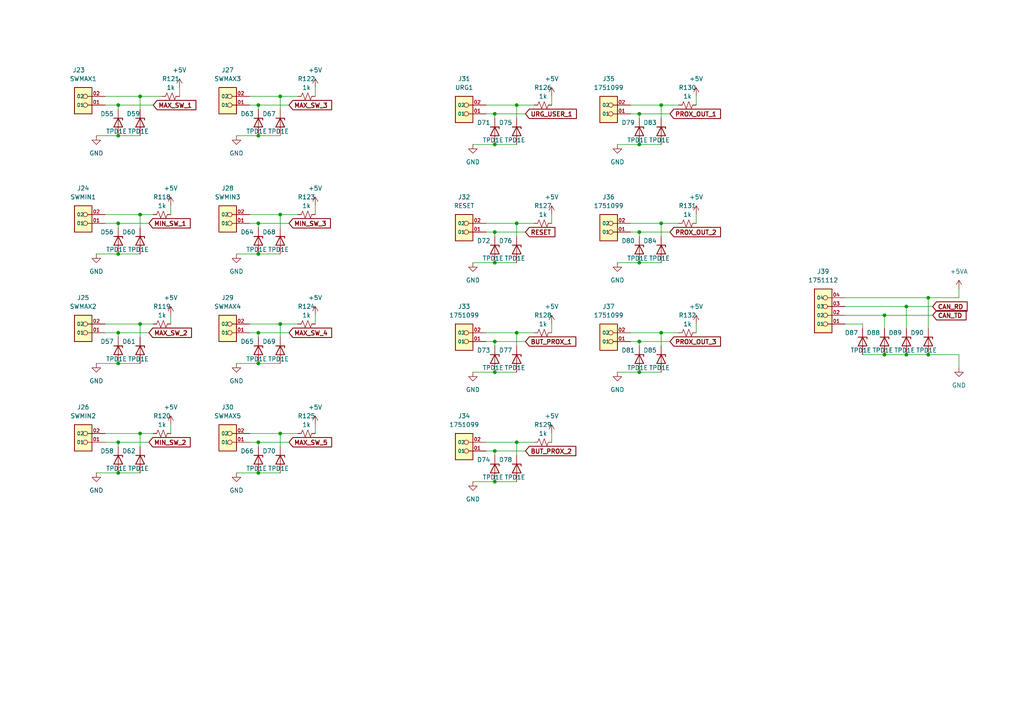
<source format=kicad_sch>
(kicad_sch (version 20211123) (generator eeschema)
  (paper "A4")
  (lib_symbols
    (symbol "Device:D_Zener" (pin_numbers hide) (pin_names (offset 1.016) hide)
      (property "Reference" "D" (at 0 2.54 0))
      (property "Value" "D_Zener" (at 0 -2.54 0))
      (symbol "D_Zener_0_1"
        (polyline (pts (xy 1.27 0) (xy -1.27 0)))
        (polyline (pts (xy -1.27 -1.27) (xy -1.27 1.27) (xy -0.762 1.27)) (stroke (width 0.254)))
        (polyline (pts (xy 1.27 -1.27) (xy 1.27 1.27) (xy -1.27 0) (xy 1.27 -1.27)) (stroke (width 0.254)))
      )
      (symbol "D_Zener_1_1"
        (pin passive line (at -3.81 0 0) (length 2.54) (name "K") (number "1"))
        (pin passive line (at 3.81 0 180) (length 2.54) (name "A") (number "2"))
      )
    )
    (symbol "Device:R_Small_US" (pin_numbers hide) (pin_names (offset 0.254) hide)
      (property "Reference" "R" (at 0.762 0.508 0))
      (property "Value" "R_Small_US" (at 0.762 -1.016 0))
      (symbol "R_Small_US_1_1"
        (polyline (pts (xy 0 0) (xy 1.016 -0.381) (xy 0 -0.762) (xy -1.016 -1.143) (xy 0 -1.524)))
        (polyline (pts (xy 0 1.524) (xy 1.016 1.143) (xy 0 0.762) (xy -1.016 0.381) (xy 0 0)))
        (pin passive line (at 0 2.54 270) (length 1.016) (name "~") (number "1"))
        (pin passive line (at 0 -2.54 90) (length 1.016) (name "~") (number "2"))
      )
    )
    (symbol "SymLib:1751099" (pin_names (offset 1.016))
      (property "Reference" "J" (at -6.85 5.08 0))
      (property "Value" "1751099" (at -6.35 -5.08 0))
      (symbol "1751099_0_0"
        (rectangle (start -6.35 5.08) (end -1.27 -2.54) (stroke (width 0.254)) (fill (type background)))
        (circle (center -4.445 0) (radius 0.635) (stroke (width 0.1524)))
        (circle (center -4.445 2.54) (radius 0.635) (stroke (width 0.1524)))
        (pin passive line (at -10.16 2.54 0) (length 5.08) (name "01") (number "01"))
        (pin passive line (at -10.16 0 0) (length 5.08) (name "02") (number "02"))
      )
    )
    (symbol "SymLib:1751112" (pin_names (offset 1.016))
      (property "Reference" "J" (at -6.85 7.62 0))
      (property "Value" "1751112" (at -6.35 -7.62 0))
      (symbol "1751112_0_0"
        (rectangle (start -6.35 7.62) (end -1.27 -5.08) (stroke (width 0.254)) (fill (type background)))
        (circle (center -4.445 -2.54) (radius 0.635) (stroke (width 0.1524)))
        (circle (center -4.445 0) (radius 0.635) (stroke (width 0.1524)))
        (circle (center -4.445 2.54) (radius 0.635) (stroke (width 0.1524)))
        (circle (center -4.445 5.08) (radius 0.635) (stroke (width 0.1524)))
        (pin passive line (at -10.16 5.08 0) (length 5.08) (name "01") (number "01"))
        (pin passive line (at -10.16 2.54 0) (length 5.08) (name "02") (number "02"))
        (pin passive line (at -10.16 0 0) (length 5.08) (name "03") (number "03"))
        (pin passive line (at -10.16 -2.54 0) (length 5.08) (name "04") (number "04"))
      )
    )
    (symbol "power:+5V" (power) (pin_names (offset 0))
      (property "Value" "+5V" (at 0 3.556 0))
      (symbol "+5V_0_1"
        (polyline (pts (xy -0.762 1.27) (xy 0 2.54)))
        (polyline (pts (xy 0 0) (xy 0 2.54)))
        (polyline (pts (xy 0 2.54) (xy 0.762 1.27)))
      )
      (symbol "+5V_1_1"
        (pin power_in line (at 0 0 90) (length 0) hide (name "+5V") (number "1"))
      )
    )
    (symbol "power:+5VA" (power) (pin_names (offset 0))
      (property "Value" "+5VA" (at 0 3.556 0))
      (symbol "+5VA_0_1"
        (polyline (pts (xy -0.762 1.27) (xy 0 2.54)))
        (polyline (pts (xy 0 0) (xy 0 2.54)))
        (polyline (pts (xy 0 2.54) (xy 0.762 1.27)))
      )
      (symbol "+5VA_1_1"
        (pin power_in line (at 0 0 90) (length 0) hide (name "+5VA") (number "1"))
      )
    )
    (symbol "power:GND" (power) (pin_names (offset 0))
      (property "Value" "GND" (at 0 -3.81 0))
      (symbol "GND_0_1"
        (polyline (pts (xy 0 0) (xy 0 -1.27) (xy 1.27 -1.27) (xy 0 -2.54) (xy -1.27 -1.27) (xy 0 -1.27)))
      )
      (symbol "GND_1_1"
        (pin power_in line (at 0 0 270) (length 0) hide (name "GND") (number "1"))
      )
    )
  )
  (junction (at 262.89 88.9))
  (junction (at 74.93 137.16))
  (junction (at 262.89 102.87))
  (junction (at 34.29 64.77))
  (junction (at 143.51 139.7))
  (junction (at 143.51 67.31))
  (junction (at 149.86 64.77))
  (junction (at 34.29 105.41))
  (junction (at 256.54 102.87))
  (junction (at 34.29 30.48))
  (junction (at 185.42 107.95))
  (junction (at 185.42 99.06))
  (junction (at 40.64 27.94))
  (junction (at 34.29 137.16))
  (junction (at 81.28 125.73))
  (junction (at 143.51 99.06))
  (junction (at 191.77 96.52))
  (junction (at 74.93 105.41))
  (junction (at 143.51 107.95))
  (junction (at 191.77 30.48))
  (junction (at 143.51 130.81))
  (junction (at 74.93 39.37))
  (junction (at 269.24 86.36))
  (junction (at 34.29 73.66))
  (junction (at 74.93 96.52))
  (junction (at 40.64 93.98))
  (junction (at 143.51 76.2))
  (junction (at 34.29 128.27))
  (junction (at 74.93 64.77))
  (junction (at 74.93 30.48))
  (junction (at 74.93 128.27))
  (junction (at 185.42 67.31))
  (junction (at 143.51 41.91))
  (junction (at 81.28 27.94))
  (junction (at 149.86 30.48))
  (junction (at 185.42 41.91))
  (junction (at 149.86 96.52))
  (junction (at 40.64 62.23))
  (junction (at 191.77 64.77))
  (junction (at 149.86 128.27))
  (junction (at 143.51 33.02))
  (junction (at 81.28 62.23))
  (junction (at 34.29 96.52))
  (junction (at 185.42 33.02))
  (junction (at 34.29 39.37))
  (junction (at 185.42 76.2))
  (junction (at 40.64 125.73))
  (junction (at 269.24 102.87))
  (junction (at 256.54 91.44))
  (junction (at 81.28 93.98))
  (junction (at 74.93 73.66))
  (wire (pts (xy 40.64 62.23) (xy 40.64 66.04)))
  (wire (pts (xy 194.31 33.02) (xy 185.42 33.02)))
  (wire (pts (xy 269.24 86.36) (xy 269.24 95.25)))
  (wire (pts (xy 149.86 30.48) (xy 149.86 34.29)))
  (wire (pts (xy 83.82 128.27) (xy 74.93 128.27)))
  (wire (pts (xy 143.51 132.08) (xy 143.51 130.81)))
  (wire (pts (xy 49.53 59.69) (xy 49.53 62.23)))
  (wire (pts (xy 143.51 34.29) (xy 143.51 33.02)))
  (wire (pts (xy 34.29 64.77) (xy 30.48 64.77)))
  (wire (pts (xy 34.29 105.41) (xy 40.64 105.41)))
  (wire (pts (xy 74.93 66.04) (xy 74.93 64.77)))
  (wire (pts (xy 34.29 129.54) (xy 34.29 128.27)))
  (wire (pts (xy 68.58 39.37) (xy 74.93 39.37)))
  (wire (pts (xy 185.42 33.02) (xy 182.88 33.02)))
  (wire (pts (xy 40.64 62.23) (xy 44.45 62.23)))
  (wire (pts (xy 245.11 91.44) (xy 256.54 91.44)))
  (wire (pts (xy 182.88 64.77) (xy 191.77 64.77)))
  (wire (pts (xy 143.51 107.95) (xy 149.86 107.95)))
  (wire (pts (xy 34.29 31.75) (xy 34.29 30.48)))
  (wire (pts (xy 185.42 100.33) (xy 185.42 99.06)))
  (wire (pts (xy 149.86 64.77) (xy 154.94 64.77)))
  (wire (pts (xy 245.11 88.9) (xy 262.89 88.9)))
  (wire (pts (xy 269.24 86.36) (xy 278.13 86.36)))
  (wire (pts (xy 185.42 41.91) (xy 191.77 41.91)))
  (wire (pts (xy 143.51 68.58) (xy 143.51 67.31)))
  (wire (pts (xy 30.48 62.23) (xy 40.64 62.23)))
  (wire (pts (xy 81.28 125.73) (xy 81.28 129.54)))
  (wire (pts (xy 160.02 62.23) (xy 160.02 64.77)))
  (wire (pts (xy 191.77 30.48) (xy 191.77 34.29)))
  (wire (pts (xy 81.28 93.98) (xy 86.36 93.98)))
  (wire (pts (xy 137.16 139.7) (xy 143.51 139.7)))
  (wire (pts (xy 160.02 27.94) (xy 160.02 30.48)))
  (wire (pts (xy 91.44 123.19) (xy 91.44 125.73)))
  (wire (pts (xy 83.82 30.48) (xy 74.93 30.48)))
  (wire (pts (xy 152.4 67.31) (xy 143.51 67.31)))
  (wire (pts (xy 179.07 41.91) (xy 185.42 41.91)))
  (wire (pts (xy 143.51 139.7) (xy 149.86 139.7)))
  (wire (pts (xy 152.4 33.02) (xy 143.51 33.02)))
  (wire (pts (xy 185.42 99.06) (xy 182.88 99.06)))
  (wire (pts (xy 140.97 96.52) (xy 149.86 96.52)))
  (wire (pts (xy 74.93 105.41) (xy 81.28 105.41)))
  (wire (pts (xy 278.13 102.87) (xy 278.13 106.68)))
  (wire (pts (xy 40.64 93.98) (xy 40.64 97.79)))
  (wire (pts (xy 34.29 30.48) (xy 30.48 30.48)))
  (wire (pts (xy 30.48 125.73) (xy 40.64 125.73)))
  (wire (pts (xy 270.51 88.9) (xy 262.89 88.9)))
  (wire (pts (xy 182.88 30.48) (xy 191.77 30.48)))
  (wire (pts (xy 83.82 96.52) (xy 74.93 96.52)))
  (wire (pts (xy 185.42 107.95) (xy 191.77 107.95)))
  (wire (pts (xy 182.88 96.52) (xy 191.77 96.52)))
  (wire (pts (xy 191.77 30.48) (xy 196.85 30.48)))
  (wire (pts (xy 137.16 107.95) (xy 143.51 107.95)))
  (wire (pts (xy 143.51 41.91) (xy 149.86 41.91)))
  (wire (pts (xy 34.29 97.79) (xy 34.29 96.52)))
  (wire (pts (xy 185.42 67.31) (xy 182.88 67.31)))
  (wire (pts (xy 72.39 93.98) (xy 81.28 93.98)))
  (wire (pts (xy 34.29 64.77) (xy 43.18 64.77)))
  (wire (pts (xy 143.51 100.33) (xy 143.51 99.06)))
  (wire (pts (xy 91.44 59.69) (xy 91.44 62.23)))
  (wire (pts (xy 40.64 125.73) (xy 44.45 125.73)))
  (wire (pts (xy 140.97 64.77) (xy 149.86 64.77)))
  (wire (pts (xy 68.58 137.16) (xy 74.93 137.16)))
  (wire (pts (xy 49.53 123.19) (xy 49.53 125.73)))
  (wire (pts (xy 91.44 25.4) (xy 91.44 27.94)))
  (wire (pts (xy 143.51 76.2) (xy 149.86 76.2)))
  (wire (pts (xy 160.02 125.73) (xy 160.02 128.27)))
  (wire (pts (xy 81.28 93.98) (xy 81.28 97.79)))
  (wire (pts (xy 149.86 64.77) (xy 149.86 68.58)))
  (wire (pts (xy 34.29 96.52) (xy 30.48 96.52)))
  (wire (pts (xy 269.24 102.87) (xy 278.13 102.87)))
  (wire (pts (xy 143.51 99.06) (xy 140.97 99.06)))
  (wire (pts (xy 81.28 27.94) (xy 81.28 31.75)))
  (wire (pts (xy 72.39 27.94) (xy 81.28 27.94)))
  (wire (pts (xy 143.51 67.31) (xy 140.97 67.31)))
  (wire (pts (xy 191.77 64.77) (xy 196.85 64.77)))
  (wire (pts (xy 74.93 31.75) (xy 74.93 30.48)))
  (wire (pts (xy 30.48 27.94) (xy 40.64 27.94)))
  (wire (pts (xy 74.93 39.37) (xy 81.28 39.37)))
  (wire (pts (xy 152.4 99.06) (xy 143.51 99.06)))
  (wire (pts (xy 194.31 67.31) (xy 185.42 67.31)))
  (wire (pts (xy 270.51 91.44) (xy 256.54 91.44)))
  (wire (pts (xy 68.58 73.66) (xy 74.93 73.66)))
  (wire (pts (xy 179.07 76.2) (xy 185.42 76.2)))
  (wire (pts (xy 185.42 76.2) (xy 191.77 76.2)))
  (wire (pts (xy 201.93 93.98) (xy 201.93 96.52)))
  (wire (pts (xy 191.77 96.52) (xy 191.77 100.33)))
  (wire (pts (xy 74.93 73.66) (xy 81.28 73.66)))
  (wire (pts (xy 179.07 107.95) (xy 185.42 107.95)))
  (wire (pts (xy 143.51 130.81) (xy 140.97 130.81)))
  (wire (pts (xy 74.93 64.77) (xy 72.39 64.77)))
  (wire (pts (xy 74.93 96.52) (xy 72.39 96.52)))
  (wire (pts (xy 34.29 128.27) (xy 30.48 128.27)))
  (wire (pts (xy 34.29 39.37) (xy 40.64 39.37)))
  (wire (pts (xy 81.28 62.23) (xy 86.36 62.23)))
  (wire (pts (xy 149.86 96.52) (xy 149.86 100.33)))
  (wire (pts (xy 81.28 62.23) (xy 81.28 66.04)))
  (wire (pts (xy 81.28 125.73) (xy 86.36 125.73)))
  (wire (pts (xy 40.64 93.98) (xy 44.45 93.98)))
  (wire (pts (xy 262.89 88.9) (xy 262.89 95.25)))
  (wire (pts (xy 83.82 64.77) (xy 74.93 64.77)))
  (wire (pts (xy 34.29 73.66) (xy 40.64 73.66)))
  (wire (pts (xy 201.93 27.94) (xy 201.93 30.48)))
  (wire (pts (xy 137.16 41.91) (xy 143.51 41.91)))
  (wire (pts (xy 137.16 76.2) (xy 143.51 76.2)))
  (wire (pts (xy 74.93 97.79) (xy 74.93 96.52)))
  (wire (pts (xy 40.64 27.94) (xy 40.64 31.75)))
  (wire (pts (xy 149.86 128.27) (xy 149.86 132.08)))
  (wire (pts (xy 194.31 99.06) (xy 185.42 99.06)))
  (wire (pts (xy 140.97 128.27) (xy 149.86 128.27)))
  (wire (pts (xy 91.44 91.44) (xy 91.44 93.98)))
  (wire (pts (xy 40.64 125.73) (xy 40.64 129.54)))
  (wire (pts (xy 160.02 93.98) (xy 160.02 96.52)))
  (wire (pts (xy 52.07 25.4) (xy 52.07 27.94)))
  (wire (pts (xy 149.86 30.48) (xy 154.94 30.48)))
  (wire (pts (xy 27.94 105.41) (xy 34.29 105.41)))
  (wire (pts (xy 34.29 137.16) (xy 40.64 137.16)))
  (wire (pts (xy 149.86 96.52) (xy 154.94 96.52)))
  (wire (pts (xy 149.86 128.27) (xy 154.94 128.27)))
  (wire (pts (xy 68.58 105.41) (xy 74.93 105.41)))
  (wire (pts (xy 278.13 83.82) (xy 278.13 86.36)))
  (wire (pts (xy 256.54 91.44) (xy 256.54 95.25)))
  (wire (pts (xy 250.19 93.98) (xy 250.19 95.25)))
  (wire (pts (xy 245.11 86.36) (xy 269.24 86.36)))
  (wire (pts (xy 44.45 30.48) (xy 34.29 30.48)))
  (wire (pts (xy 49.53 91.44) (xy 49.53 93.98)))
  (wire (pts (xy 74.93 129.54) (xy 74.93 128.27)))
  (wire (pts (xy 74.93 128.27) (xy 72.39 128.27)))
  (wire (pts (xy 262.89 102.87) (xy 269.24 102.87)))
  (wire (pts (xy 185.42 68.58) (xy 185.42 67.31)))
  (wire (pts (xy 43.18 128.27) (xy 34.29 128.27)))
  (wire (pts (xy 152.4 130.81) (xy 143.51 130.81)))
  (wire (pts (xy 143.51 33.02) (xy 140.97 33.02)))
  (wire (pts (xy 74.93 30.48) (xy 72.39 30.48)))
  (wire (pts (xy 191.77 96.52) (xy 196.85 96.52)))
  (wire (pts (xy 27.94 73.66) (xy 34.29 73.66)))
  (wire (pts (xy 81.28 27.94) (xy 86.36 27.94)))
  (wire (pts (xy 72.39 62.23) (xy 81.28 62.23)))
  (wire (pts (xy 256.54 102.87) (xy 262.89 102.87)))
  (wire (pts (xy 185.42 34.29) (xy 185.42 33.02)))
  (wire (pts (xy 250.19 102.87) (xy 256.54 102.87)))
  (wire (pts (xy 191.77 64.77) (xy 191.77 68.58)))
  (wire (pts (xy 34.29 66.04) (xy 34.29 64.77)))
  (wire (pts (xy 30.48 93.98) (xy 40.64 93.98)))
  (wire (pts (xy 201.93 62.23) (xy 201.93 64.77)))
  (wire (pts (xy 74.93 137.16) (xy 81.28 137.16)))
  (wire (pts (xy 40.64 27.94) (xy 46.99 27.94)))
  (wire (pts (xy 43.18 96.52) (xy 34.29 96.52)))
  (wire (pts (xy 27.94 39.37) (xy 34.29 39.37)))
  (wire (pts (xy 250.19 93.98) (xy 245.11 93.98)))
  (wire (pts (xy 27.94 137.16) (xy 34.29 137.16)))
  (wire (pts (xy 140.97 30.48) (xy 149.86 30.48)))
  (wire (pts (xy 72.39 125.73) (xy 81.28 125.73)))
  (global_label "MAX_SW_1" (shape input) (at 44.45 30.48 0) (effects (font (thickness 0.254) bold)) (property "Intersheet References" "${INTERSHEET_REFS}" (effects hide)))
  (global_label "MIN_SW_3" (shape input) (at 83.82 64.77 0) (effects (font (thickness 0.254) bold)) (property "Intersheet References" "${INTERSHEET_REFS}" (effects hide)))
  (global_label "BUT_PROX_1" (shape input) (at 152.4 99.06 0) (effects (font (thickness 0.254) bold)) (property "Intersheet References" "${INTERSHEET_REFS}" (effects hide)))
  (global_label "MIN_SW_1" (shape input) (at 43.18 64.77 0) (effects (font (thickness 0.254) bold)) (property "Intersheet References" "${INTERSHEET_REFS}" (effects hide)))
  (global_label "MAX_SW_3" (shape input) (at 83.82 30.48 0) (effects (font (thickness 0.254) bold)) (property "Intersheet References" "${INTERSHEET_REFS}" (effects hide)))
  (global_label "PROX_OUT_1" (shape input) (at 194.31 33.02 0) (effects (font (thickness 0.254) bold)) (property "Intersheet References" "${INTERSHEET_REFS}" (effects hide)))
  (global_label "MAX_SW_4" (shape input) (at 83.82 96.52 0) (effects (font (thickness 0.254) bold)) (property "Intersheet References" "${INTERSHEET_REFS}" (effects hide)))
  (global_label "URG_USER_1" (shape input) (at 152.4 33.02 0) (effects (font (thickness 0.254) bold)) (property "Intersheet References" "${INTERSHEET_REFS}" (effects hide)))
  (global_label "PROX_OUT_3" (shape input) (at 194.31 99.06 0) (effects (font (thickness 0.254) bold)) (property "Intersheet References" "${INTERSHEET_REFS}" (effects hide)))
  (global_label "CAN_TD" (shape input) (at 270.51 91.44 0) (effects (font (thickness 0.254) bold)) (property "Intersheet References" "${INTERSHEET_REFS}" (effects hide)))
  (global_label "PROX_OUT_2" (shape input) (at 194.31 67.31 0) (effects (font (thickness 0.254) bold)) (property "Intersheet References" "${INTERSHEET_REFS}" (effects hide)))
  (global_label "CAN_RD" (shape input) (at 270.51 88.9 0) (effects (font (thickness 0.254) bold)) (property "Intersheet References" "${INTERSHEET_REFS}" (effects hide)))
  (global_label "MAX_SW_5" (shape input) (at 83.82 128.27 0) (effects (font (thickness 0.254) bold)) (property "Intersheet References" "${INTERSHEET_REFS}" (effects hide)))
  (global_label "MAX_SW_2" (shape input) (at 43.18 96.52 0) (effects (font (thickness 0.254) bold)) (property "Intersheet References" "${INTERSHEET_REFS}" (effects hide)))
  (global_label "BUT_PROX_2" (shape input) (at 152.4 130.81 0) (effects (font (thickness 0.254) bold)) (property "Intersheet References" "${INTERSHEET_REFS}" (effects hide)))
  (global_label "MIN_SW_2" (shape input) (at 43.18 128.27 0) (effects (font (thickness 0.254) bold)) (property "Intersheet References" "${INTERSHEET_REFS}" (effects hide)))
  (global_label "RESET" (shape input) (at 152.4 67.31 0) (effects (font (thickness 0.254) bold)) (property "Intersheet References" "${INTERSHEET_REFS}" (effects hide)))
  (symbol (lib_id "SymLib:1751099") (at 130.81 128.27 180) (unit 1)
    (property "Reference" "J34" (at 134.62 120.65 0))
    (property "Value" "1751099" (at 134.62 123.19 0))
    (property "Footprint" "FootPrint:PHOENIX_1751099" (effects hide))
    (property "PARTREV" "03.03.2021" (effects hide))
    (property "STANDARD" "Manufacturer Recommendations" (effects hide))
    (property "MANUFACTURER" "Phoenix Contact" (effects hide))
  )
  (symbol (lib_id "power:+5V") (at 52.07 25.4 0) (unit 1)
    (property "Reference" "#PWR0241" (effects hide))
    (property "Value" "+5V" (at 52.07 20.32 0))
  )
  (symbol (lib_id "power:GND") (at 68.58 73.66 0) (unit 1)
    (property "Reference" "#PWR0243" (effects hide))
    (property "Value" "GND" (at 68.58 78.74 0))
  )
  (symbol (lib_id "power:+5V") (at 160.02 62.23 0) (unit 1)
    (property "Reference" "#PWR0255" (effects hide))
    (property "Value" "+5V" (at 160.02 57.15 0))
  )
  (symbol (lib_id "power:GND") (at 179.07 76.2 0) (unit 1)
    (property "Reference" "#PWR0259" (effects hide))
    (property "Value" "GND" (at 179.07 81.28 0))
  )
  (symbol (lib_id "Device:D_Zener") (at 74.93 133.35 270) (unit 1)
    (property "Reference" "D66" (at 73.66 130.81 90) (effects (justify right)))
    (property "Value" "TPD1E" (at 77.47 135.89 90) (effects (justify right)))
    (property "Footprint" "FootPrint:DPY2_TEX" (effects hide))
  )
  (symbol (lib_id "power:+5V") (at 49.53 91.44 0) (unit 1)
    (property "Reference" "#PWR0239" (effects hide))
    (property "Value" "+5V" (at 49.53 86.36 0))
  )
  (symbol (lib_id "SymLib:1751099") (at 62.23 62.23 180) (unit 1)
    (property "Reference" "J28" (at 66.04 54.61 0))
    (property "Value" "SWMIN3" (at 66.04 57.15 0))
    (property "Footprint" "FootPrint:PHOENIX_1751099" (effects hide))
    (property "PARTREV" "03.03.2021" (effects hide))
    (property "STANDARD" "Manufacturer Recommendations" (effects hide))
    (property "MANUFACTURER" "Phoenix Contact" (effects hide))
  )
  (symbol (lib_id "Device:D_Zener") (at 191.77 38.1 270) (unit 1)
    (property "Reference" "D83" (at 190.5 35.56 90) (effects (justify right)))
    (property "Value" "TPD1E" (at 194.31 40.64 90) (effects (justify right)))
    (property "Footprint" "FootPrint:DPY2_TEX" (effects hide))
  )
  (symbol (lib_id "Device:R_Small_US") (at 49.53 27.94 90) (unit 1)
    (property "Reference" "R121" (at 49.53 22.86 90))
    (property "Value" "1k" (at 49.53 25.4 90))
    (property "Footprint" "Resistor_SMD:R_0603_1608Metric" (effects hide))
  )
  (symbol (lib_id "power:+5V") (at 201.93 93.98 0) (unit 1)
    (property "Reference" "#PWR0264" (effects hide))
    (property "Value" "+5V" (at 201.93 88.9 0))
  )
  (symbol (lib_id "Device:D_Zener") (at 149.86 72.39 270) (unit 1)
    (property "Reference" "D76" (at 148.59 69.85 90) (effects (justify right)))
    (property "Value" "TPD1E" (at 152.4 74.93 90) (effects (justify right)))
    (property "Footprint" "FootPrint:DPY2_TEX" (effects hide))
  )
  (symbol (lib_id "Device:D_Zener") (at 143.51 38.1 270) (unit 1)
    (property "Reference" "D71" (at 142.24 35.56 90) (effects (justify right)))
    (property "Value" "TPD1E" (at 146.05 40.64 90) (effects (justify right)))
    (property "Footprint" "FootPrint:DPY2_TEX" (effects hide))
  )
  (symbol (lib_id "power:+5V") (at 91.44 91.44 0) (unit 1)
    (property "Reference" "#PWR0248" (effects hide))
    (property "Value" "+5V" (at 91.44 86.36 0))
  )
  (symbol (lib_id "SymLib:1751112") (at 234.95 88.9 180) (unit 1)
    (property "Reference" "J39" (at 238.76 78.74 0))
    (property "Value" "1751112" (at 238.76 81.28 0))
    (property "Footprint" "FootPrint:PHOENIX_1751112" (effects hide))
    (property "PARTREV" "03.03.2021" (effects hide))
    (property "STANDARD" "Manufacturer Recommendations" (effects hide))
    (property "MANUFACTURER" "Phoenix Contact" (effects hide))
  )
  (symbol (lib_id "Device:R_Small_US") (at 157.48 64.77 90) (unit 1)
    (property "Reference" "R127" (at 157.48 59.69 90))
    (property "Value" "1k" (at 157.48 62.23 90))
    (property "Footprint" "Resistor_SMD:R_0603_1608Metric" (effects hide))
  )
  (symbol (lib_id "Device:D_Zener") (at 185.42 72.39 270) (unit 1)
    (property "Reference" "D80" (at 184.15 69.85 90) (effects (justify right)))
    (property "Value" "TPD1E" (at 187.96 74.93 90) (effects (justify right)))
    (property "Footprint" "FootPrint:DPY2_TEX" (effects hide))
  )
  (symbol (lib_id "SymLib:1751099") (at 172.72 64.77 180) (unit 1)
    (property "Reference" "J36" (at 176.53 57.15 0))
    (property "Value" "1751099" (at 176.53 59.69 0))
    (property "Footprint" "FootPrint:PHOENIX_1751099" (effects hide))
    (property "PARTREV" "03.03.2021" (effects hide))
    (property "STANDARD" "Manufacturer Recommendations" (effects hide))
    (property "MANUFACTURER" "Phoenix Contact" (effects hide))
  )
  (symbol (lib_id "SymLib:1751099") (at 172.72 30.48 180) (unit 1)
    (property "Reference" "J35" (at 176.53 22.86 0))
    (property "Value" "1751099" (at 176.53 25.4 0))
    (property "Footprint" "FootPrint:PHOENIX_1751099" (effects hide))
    (property "PARTREV" "03.03.2021" (effects hide))
    (property "STANDARD" "Manufacturer Recommendations" (effects hide))
    (property "MANUFACTURER" "Phoenix Contact" (effects hide))
  )
  (symbol (lib_id "power:+5VA") (at 278.13 83.82 0) (unit 1)
    (property "Reference" "#PWR0266" (effects hide))
    (property "Value" "+5VA" (at 278.13 78.74 0))
  )
  (symbol (lib_id "power:GND") (at 68.58 137.16 0) (unit 1)
    (property "Reference" "#PWR0245" (effects hide))
    (property "Value" "GND" (at 68.58 142.24 0))
  )
  (symbol (lib_id "Device:D_Zener") (at 40.64 69.85 270) (unit 1)
    (property "Reference" "D60" (at 39.37 67.31 90) (effects (justify right)))
    (property "Value" "TPD1E" (at 43.18 72.39 90) (effects (justify right)))
    (property "Footprint" "FootPrint:DPY2_TEX" (effects hide))
  )
  (symbol (lib_id "SymLib:1751099") (at 130.81 64.77 180) (unit 1)
    (property "Reference" "J32" (at 134.62 57.15 0))
    (property "Value" "RESET" (at 134.62 59.69 0))
    (property "Footprint" "FootPrint:PHOENIX_1751099" (effects hide))
    (property "PARTREV" "03.03.2021" (effects hide))
    (property "STANDARD" "Manufacturer Recommendations" (effects hide))
    (property "MANUFACTURER" "Phoenix Contact" (effects hide))
  )
  (symbol (lib_id "SymLib:1751099") (at 130.81 96.52 180) (unit 1)
    (property "Reference" "J33" (at 134.62 88.9 0))
    (property "Value" "1751099" (at 134.62 91.44 0))
    (property "Footprint" "FootPrint:PHOENIX_1751099" (effects hide))
    (property "PARTREV" "03.03.2021" (effects hide))
    (property "STANDARD" "Manufacturer Recommendations" (effects hide))
    (property "MANUFACTURER" "Phoenix Contact" (effects hide))
  )
  (symbol (lib_id "Device:D_Zener") (at 185.42 104.14 270) (unit 1)
    (property "Reference" "D81" (at 184.15 101.6 90) (effects (justify right)))
    (property "Value" "TPD1E" (at 187.96 106.68 90) (effects (justify right)))
    (property "Footprint" "FootPrint:DPY2_TEX" (effects hide))
  )
  (symbol (lib_id "Device:D_Zener") (at 40.64 133.35 270) (unit 1)
    (property "Reference" "D62" (at 39.37 130.81 90) (effects (justify right)))
    (property "Value" "TPD1E" (at 43.18 135.89 90) (effects (justify right)))
    (property "Footprint" "FootPrint:DPY2_TEX" (effects hide))
  )
  (symbol (lib_id "Device:D_Zener") (at 81.28 35.56 270) (unit 1)
    (property "Reference" "D67" (at 80.01 33.02 90) (effects (justify right)))
    (property "Value" "TPD1E" (at 83.82 38.1 90) (effects (justify right)))
    (property "Footprint" "FootPrint:DPY2_TEX" (effects hide))
  )
  (symbol (lib_id "Device:D_Zener") (at 143.51 104.14 270) (unit 1)
    (property "Reference" "D73" (at 142.24 101.6 90) (effects (justify right)))
    (property "Value" "TPD1E" (at 146.05 106.68 90) (effects (justify right)))
    (property "Footprint" "FootPrint:DPY2_TEX" (effects hide))
  )
  (symbol (lib_id "power:+5V") (at 49.53 123.19 0) (unit 1)
    (property "Reference" "#PWR0240" (effects hide))
    (property "Value" "+5V" (at 49.53 118.11 0))
  )
  (symbol (lib_id "Device:D_Zener") (at 149.86 135.89 270) (unit 1)
    (property "Reference" "D78" (at 148.59 133.35 90) (effects (justify right)))
    (property "Value" "TPD1E" (at 152.4 138.43 90) (effects (justify right)))
    (property "Footprint" "FootPrint:DPY2_TEX" (effects hide))
  )
  (symbol (lib_id "SymLib:1751099") (at 62.23 93.98 180) (unit 1)
    (property "Reference" "J29" (at 66.04 86.36 0))
    (property "Value" "SWMAX4" (at 66.04 88.9 0))
    (property "Footprint" "FootPrint:PHOENIX_1751099" (effects hide))
    (property "PARTREV" "03.03.2021" (effects hide))
    (property "STANDARD" "Manufacturer Recommendations" (effects hide))
    (property "MANUFACTURER" "Phoenix Contact" (effects hide))
  )
  (symbol (lib_id "Device:D_Zener") (at 74.93 35.56 270) (unit 1)
    (property "Reference" "D63" (at 73.66 33.02 90) (effects (justify right)))
    (property "Value" "TPD1E" (at 77.47 38.1 90) (effects (justify right)))
    (property "Footprint" "FootPrint:DPY2_TEX" (effects hide))
  )
  (symbol (lib_id "Device:R_Small_US") (at 199.39 30.48 90) (unit 1)
    (property "Reference" "R130" (at 199.39 25.4 90))
    (property "Value" "1k" (at 199.39 27.94 90))
    (property "Footprint" "Resistor_SMD:R_0603_1608Metric" (effects hide))
  )
  (symbol (lib_id "SymLib:1751099") (at 20.32 125.73 180) (unit 1)
    (property "Reference" "J26" (at 24.13 118.11 0))
    (property "Value" "SWMIN2" (at 24.13 120.65 0))
    (property "Footprint" "FootPrint:PHOENIX_1751099" (effects hide))
    (property "PARTREV" "03.03.2021" (effects hide))
    (property "STANDARD" "Manufacturer Recommendations" (effects hide))
    (property "MANUFACTURER" "Phoenix Contact" (effects hide))
  )
  (symbol (lib_id "Device:D_Zener") (at 149.86 38.1 270) (unit 1)
    (property "Reference" "D75" (at 148.59 35.56 90) (effects (justify right)))
    (property "Value" "TPD1E" (at 152.4 40.64 90) (effects (justify right)))
    (property "Footprint" "FootPrint:DPY2_TEX" (effects hide))
  )
  (symbol (lib_id "Device:R_Small_US") (at 199.39 64.77 90) (unit 1)
    (property "Reference" "R131" (at 199.39 59.69 90))
    (property "Value" "1k" (at 199.39 62.23 90))
    (property "Footprint" "Resistor_SMD:R_0603_1608Metric" (effects hide))
  )
  (symbol (lib_id "power:GND") (at 27.94 137.16 0) (unit 1)
    (property "Reference" "#PWR0237" (effects hide))
    (property "Value" "GND" (at 27.94 142.24 0))
  )
  (symbol (lib_id "Device:D_Zener") (at 40.64 35.56 270) (unit 1)
    (property "Reference" "D59" (at 40.64 33.02 90) (effects (justify right)))
    (property "Value" "TPD1E" (at 43.18 38.1 90) (effects (justify right)))
    (property "Footprint" "FootPrint:DPY2_TEX" (effects hide))
  )
  (symbol (lib_id "Device:D_Zener") (at 40.64 101.6 270) (unit 1)
    (property "Reference" "D61" (at 39.37 99.06 90) (effects (justify right)))
    (property "Value" "TPD1E" (at 43.18 104.14 90) (effects (justify right)))
    (property "Footprint" "FootPrint:DPY2_TEX" (effects hide))
  )
  (symbol (lib_id "Device:D_Zener") (at 143.51 135.89 270) (unit 1)
    (property "Reference" "D74" (at 142.24 133.35 90) (effects (justify right)))
    (property "Value" "TPD1E" (at 146.05 138.43 90) (effects (justify right)))
    (property "Footprint" "FootPrint:DPY2_TEX" (effects hide))
  )
  (symbol (lib_id "Device:R_Small_US") (at 88.9 27.94 90) (unit 1)
    (property "Reference" "R122" (at 88.9 22.86 90))
    (property "Value" "1k" (at 88.9 25.4 90))
    (property "Footprint" "Resistor_SMD:R_0603_1608Metric" (effects hide))
  )
  (symbol (lib_id "SymLib:1751099") (at 172.72 96.52 180) (unit 1)
    (property "Reference" "J37" (at 176.53 88.9 0))
    (property "Value" "1751099" (at 176.53 91.44 0))
    (property "Footprint" "FootPrint:PHOENIX_1751099" (effects hide))
    (property "PARTREV" "03.03.2021" (effects hide))
    (property "STANDARD" "Manufacturer Recommendations" (effects hide))
    (property "MANUFACTURER" "Phoenix Contact" (effects hide))
  )
  (symbol (lib_id "Device:D_Zener") (at 191.77 72.39 270) (unit 1)
    (property "Reference" "D84" (at 190.5 69.85 90) (effects (justify right)))
    (property "Value" "TPD1E" (at 194.31 74.93 90) (effects (justify right)))
    (property "Footprint" "FootPrint:DPY2_TEX" (effects hide))
  )
  (symbol (lib_id "Device:R_Small_US") (at 88.9 93.98 90) (unit 1)
    (property "Reference" "R124" (at 88.9 88.9 90))
    (property "Value" "1k" (at 88.9 91.44 90))
    (property "Footprint" "Resistor_SMD:R_0603_1608Metric" (effects hide))
  )
  (symbol (lib_id "power:GND") (at 27.94 39.37 0) (unit 1)
    (property "Reference" "#PWR0234" (effects hide))
    (property "Value" "GND" (at 27.94 44.45 0))
  )
  (symbol (lib_id "power:GND") (at 27.94 73.66 0) (unit 1)
    (property "Reference" "#PWR0235" (effects hide))
    (property "Value" "GND" (at 27.94 78.74 0))
  )
  (symbol (lib_id "Device:D_Zener") (at 74.93 101.6 270) (unit 1)
    (property "Reference" "D65" (at 73.66 99.06 90) (effects (justify right)))
    (property "Value" "TPD1E" (at 77.47 104.14 90) (effects (justify right)))
    (property "Footprint" "FootPrint:DPY2_TEX" (effects hide))
  )
  (symbol (lib_id "power:GND") (at 179.07 107.95 0) (unit 1)
    (property "Reference" "#PWR0260" (effects hide))
    (property "Value" "GND" (at 179.07 113.03 0))
  )
  (symbol (lib_id "SymLib:1751099") (at 62.23 125.73 180) (unit 1)
    (property "Reference" "J30" (at 66.04 118.11 0))
    (property "Value" "SWMAX5" (at 66.04 120.65 0))
    (property "Footprint" "FootPrint:PHOENIX_1751099" (effects hide))
    (property "PARTREV" "03.03.2021" (effects hide))
    (property "STANDARD" "Manufacturer Recommendations" (effects hide))
    (property "MANUFACTURER" "Phoenix Contact" (effects hide))
  )
  (symbol (lib_id "Device:D_Zener") (at 256.54 99.06 270) (unit 1)
    (property "Reference" "D88" (at 255.27 96.52 90) (effects (justify right)))
    (property "Value" "TPD1E" (at 259.08 101.6 90) (effects (justify right)))
    (property "Footprint" "FootPrint:DPY2_TEX" (effects hide))
  )
  (symbol (lib_id "power:GND") (at 137.16 41.91 0) (unit 1)
    (property "Reference" "#PWR0250" (effects hide))
    (property "Value" "GND" (at 137.16 46.99 0))
  )
  (symbol (lib_id "power:+5V") (at 160.02 27.94 0) (unit 1)
    (property "Reference" "#PWR0254" (effects hide))
    (property "Value" "+5V" (at 160.02 22.86 0))
  )
  (symbol (lib_id "Device:D_Zener") (at 269.24 99.06 270) (unit 1)
    (property "Reference" "D90" (at 267.97 96.52 90) (effects (justify right)))
    (property "Value" "TPD1E" (at 271.78 101.6 90) (effects (justify right)))
    (property "Footprint" "FootPrint:DPY2_TEX" (effects hide))
  )
  (symbol (lib_id "power:GND") (at 137.16 139.7 0) (unit 1)
    (property "Reference" "#PWR0253" (effects hide))
    (property "Value" "GND" (at 137.16 144.78 0))
  )
  (symbol (lib_id "Device:D_Zener") (at 34.29 69.85 270) (unit 1)
    (property "Reference" "D56" (at 33.02 67.31 90) (effects (justify right)))
    (property "Value" "TPD1E" (at 36.83 72.39 90) (effects (justify right)))
    (property "Footprint" "FootPrint:DPY2_TEX" (effects hide))
  )
  (symbol (lib_id "power:GND") (at 179.07 41.91 0) (unit 1)
    (property "Reference" "#PWR0258" (effects hide))
    (property "Value" "GND" (at 179.07 46.99 0))
  )
  (symbol (lib_id "power:GND") (at 137.16 107.95 0) (unit 1)
    (property "Reference" "#PWR0252" (effects hide))
    (property "Value" "GND" (at 137.16 113.03 0))
  )
  (symbol (lib_id "power:+5V") (at 201.93 62.23 0) (unit 1)
    (property "Reference" "#PWR0263" (effects hide))
    (property "Value" "+5V" (at 201.93 57.15 0))
  )
  (symbol (lib_id "Device:D_Zener") (at 74.93 69.85 270) (unit 1)
    (property "Reference" "D64" (at 73.66 67.31 90) (effects (justify right)))
    (property "Value" "TPD1E" (at 77.47 72.39 90) (effects (justify right)))
    (property "Footprint" "FootPrint:DPY2_TEX" (effects hide))
  )
  (symbol (lib_id "SymLib:1751099") (at 20.32 62.23 180) (unit 1)
    (property "Reference" "J24" (at 24.13 54.61 0))
    (property "Value" "SWMIN1" (at 24.13 57.15 0))
    (property "Footprint" "FootPrint:PHOENIX_1751099" (effects hide))
    (property "PARTREV" "03.03.2021" (effects hide))
    (property "STANDARD" "Manufacturer Recommendations" (effects hide))
    (property "MANUFACTURER" "Phoenix Contact" (effects hide))
  )
  (symbol (lib_id "Device:D_Zener") (at 81.28 133.35 270) (unit 1)
    (property "Reference" "D70" (at 80.01 130.81 90) (effects (justify right)))
    (property "Value" "TPD1E" (at 83.82 135.89 90) (effects (justify right)))
    (property "Footprint" "FootPrint:DPY2_TEX" (effects hide))
  )
  (symbol (lib_id "power:GND") (at 137.16 76.2 0) (unit 1)
    (property "Reference" "#PWR0251" (effects hide))
    (property "Value" "GND" (at 137.16 81.28 0))
  )
  (symbol (lib_id "power:+5V") (at 91.44 59.69 0) (unit 1)
    (property "Reference" "#PWR0247" (effects hide))
    (property "Value" "+5V" (at 91.44 54.61 0))
  )
  (symbol (lib_id "power:GND") (at 68.58 39.37 0) (unit 1)
    (property "Reference" "#PWR0242" (effects hide))
    (property "Value" "GND" (at 68.58 44.45 0))
  )
  (symbol (lib_id "power:+5V") (at 160.02 125.73 0) (unit 1)
    (property "Reference" "#PWR0257" (effects hide))
    (property "Value" "+5V" (at 160.02 120.65 0))
  )
  (symbol (lib_id "Device:R_Small_US") (at 46.99 62.23 90) (unit 1)
    (property "Reference" "R118" (at 46.99 57.15 90))
    (property "Value" "1k" (at 46.99 59.69 90))
    (property "Footprint" "Resistor_SMD:R_0603_1608Metric" (effects hide))
  )
  (symbol (lib_id "Device:R_Small_US") (at 46.99 125.73 90) (unit 1)
    (property "Reference" "R120" (at 46.99 120.65 90))
    (property "Value" "1k" (at 46.99 123.19 90))
    (property "Footprint" "Resistor_SMD:R_0603_1608Metric" (effects hide))
  )
  (symbol (lib_id "Device:R_Small_US") (at 199.39 96.52 90) (unit 1)
    (property "Reference" "R132" (at 199.39 91.44 90))
    (property "Value" "1k" (at 199.39 93.98 90))
    (property "Footprint" "Resistor_SMD:R_0603_1608Metric" (effects hide))
  )
  (symbol (lib_id "Device:R_Small_US") (at 157.48 30.48 90) (unit 1)
    (property "Reference" "R126" (at 157.48 25.4 90))
    (property "Value" "1k" (at 157.48 27.94 90))
    (property "Footprint" "Resistor_SMD:R_0603_1608Metric" (effects hide))
  )
  (symbol (lib_id "power:+5V") (at 49.53 59.69 0) (unit 1)
    (property "Reference" "#PWR0238" (effects hide))
    (property "Value" "+5V" (at 49.53 54.61 0))
  )
  (symbol (lib_id "Device:R_Small_US") (at 157.48 96.52 90) (unit 1)
    (property "Reference" "R128" (at 157.48 91.44 90))
    (property "Value" "1k" (at 157.48 93.98 90))
    (property "Footprint" "Resistor_SMD:R_0603_1608Metric" (effects hide))
  )
  (symbol (lib_id "Device:D_Zener") (at 81.28 69.85 270) (unit 1)
    (property "Reference" "D68" (at 80.01 67.31 90) (effects (justify right)))
    (property "Value" "TPD1E" (at 83.82 72.39 90) (effects (justify right)))
    (property "Footprint" "FootPrint:DPY2_TEX" (effects hide))
  )
  (symbol (lib_id "Device:D_Zener") (at 191.77 104.14 270) (unit 1)
    (property "Reference" "D85" (at 190.5 101.6 90) (effects (justify right)))
    (property "Value" "TPD1E" (at 194.31 106.68 90) (effects (justify right)))
    (property "Footprint" "FootPrint:DPY2_TEX" (effects hide))
  )
  (symbol (lib_id "Device:D_Zener") (at 34.29 35.56 270) (unit 1)
    (property "Reference" "D55" (at 33.02 33.02 90) (effects (justify right)))
    (property "Value" "TPD1E" (at 36.83 38.1 90) (effects (justify right)))
    (property "Footprint" "FootPrint:DPY2_TEX" (effects hide))
  )
  (symbol (lib_id "power:GND") (at 68.58 105.41 0) (unit 1)
    (property "Reference" "#PWR0244" (effects hide))
    (property "Value" "GND" (at 68.58 110.49 0))
  )
  (symbol (lib_id "Device:D_Zener") (at 34.29 133.35 270) (unit 1)
    (property "Reference" "D58" (at 33.02 130.81 90) (effects (justify right)))
    (property "Value" "TPD1E" (at 36.83 135.89 90) (effects (justify right)))
    (property "Footprint" "FootPrint:DPY2_TEX" (effects hide))
  )
  (symbol (lib_id "SymLib:1751099") (at 20.32 27.94 180) (unit 1)
    (property "Reference" "J23" (at 22.86 20.32 0))
    (property "Value" "SWMAX1" (at 24.13 22.86 0))
    (property "Footprint" "FootPrint:PHOENIX_1751099" (effects hide))
    (property "PARTREV" "03.03.2021" (effects hide))
    (property "STANDARD" "Manufacturer Recommendations" (effects hide))
    (property "MANUFACTURER" "Phoenix Contact" (effects hide))
  )
  (symbol (lib_id "Device:D_Zener") (at 262.89 99.06 270) (unit 1)
    (property "Reference" "D89" (at 261.62 96.52 90) (effects (justify right)))
    (property "Value" "TPD1E" (at 265.43 101.6 90) (effects (justify right)))
    (property "Footprint" "FootPrint:DPY2_TEX" (effects hide))
  )
  (symbol (lib_id "power:+5V") (at 160.02 93.98 0) (unit 1)
    (property "Reference" "#PWR0256" (effects hide))
    (property "Value" "+5V" (at 160.02 88.9 0))
  )
  (symbol (lib_id "Device:D_Zener") (at 34.29 101.6 270) (unit 1)
    (property "Reference" "D57" (at 33.02 99.06 90) (effects (justify right)))
    (property "Value" "TPD1E" (at 36.83 104.14 90) (effects (justify right)))
    (property "Footprint" "FootPrint:DPY2_TEX" (effects hide))
  )
  (symbol (lib_id "Device:D_Zener") (at 143.51 72.39 270) (unit 1)
    (property "Reference" "D72" (at 142.24 69.85 90) (effects (justify right)))
    (property "Value" "TPD1E" (at 146.05 74.93 90) (effects (justify right)))
    (property "Footprint" "FootPrint:DPY2_TEX" (effects hide))
  )
  (symbol (lib_id "Device:R_Small_US") (at 157.48 128.27 90) (unit 1)
    (property "Reference" "R129" (at 157.48 123.19 90))
    (property "Value" "1k" (at 157.48 125.73 90))
    (property "Footprint" "Resistor_SMD:R_0603_1608Metric" (effects hide))
  )
  (symbol (lib_id "Device:D_Zener") (at 185.42 38.1 270) (unit 1)
    (property "Reference" "D79" (at 184.15 35.56 90) (effects (justify right)))
    (property "Value" "TPD1E" (at 187.96 40.64 90) (effects (justify right)))
    (property "Footprint" "FootPrint:DPY2_TEX" (effects hide))
  )
  (symbol (lib_id "Device:D_Zener") (at 250.19 99.06 270) (unit 1)
    (property "Reference" "D87" (at 248.92 96.52 90) (effects (justify right)))
    (property "Value" "TPD1E" (at 252.73 101.6 90) (effects (justify right)))
    (property "Footprint" "FootPrint:DPY2_TEX" (effects hide))
  )
  (symbol (lib_id "power:+5V") (at 91.44 25.4 0) (unit 1)
    (property "Reference" "#PWR0246" (effects hide))
    (property "Value" "+5V" (at 91.44 20.32 0))
  )
  (symbol (lib_id "Device:R_Small_US") (at 46.99 93.98 90) (unit 1)
    (property "Reference" "R119" (at 46.99 88.9 90))
    (property "Value" "1k" (at 46.99 91.44 90))
    (property "Footprint" "Resistor_SMD:R_0603_1608Metric" (effects hide))
  )
  (symbol (lib_id "power:+5V") (at 91.44 123.19 0) (unit 1)
    (property "Reference" "#PWR0249" (effects hide))
    (property "Value" "+5V" (at 91.44 118.11 0))
  )
  (symbol (lib_id "SymLib:1751099") (at 20.32 93.98 180) (unit 1)
    (property "Reference" "J25" (at 24.13 86.36 0))
    (property "Value" "SWMAX2" (at 24.13 88.9 0))
    (property "Footprint" "FootPrint:PHOENIX_1751099" (effects hide))
    (property "PARTREV" "03.03.2021" (effects hide))
    (property "STANDARD" "Manufacturer Recommendations" (effects hide))
    (property "MANUFACTURER" "Phoenix Contact" (effects hide))
  )
  (symbol (lib_id "Device:D_Zener") (at 81.28 101.6 270) (unit 1)
    (property "Reference" "D69" (at 80.01 99.06 90) (effects (justify right)))
    (property "Value" "TPD1E" (at 83.82 104.14 90) (effects (justify right)))
    (property "Footprint" "FootPrint:DPY2_TEX" (effects hide))
  )
  (symbol (lib_id "Device:D_Zener") (at 149.86 104.14 270) (unit 1)
    (property "Reference" "D77" (at 148.59 101.6 90) (effects (justify right)))
    (property "Value" "TPD1E" (at 152.4 106.68 90) (effects (justify right)))
    (property "Footprint" "FootPrint:DPY2_TEX" (effects hide))
  )
  (symbol (lib_id "Device:R_Small_US") (at 88.9 125.73 90) (unit 1)
    (property "Reference" "R125" (at 88.9 120.65 90))
    (property "Value" "1k" (at 88.9 123.19 90))
    (property "Footprint" "Resistor_SMD:R_0603_1608Metric" (effects hide))
  )
  (symbol (lib_id "SymLib:1751099") (at 62.23 27.94 180) (unit 1)
    (property "Reference" "J27" (at 66.04 20.32 0))
    (property "Value" "SWMAX3" (at 66.04 22.86 0))
    (property "Footprint" "FootPrint:PHOENIX_1751099" (effects hide))
    (property "PARTREV" "03.03.2021" (effects hide))
    (property "STANDARD" "Manufacturer Recommendations" (effects hide))
    (property "MANUFACTURER" "Phoenix Contact" (effects hide))
  )
  (symbol (lib_id "Device:R_Small_US") (at 88.9 62.23 90) (unit 1)
    (property "Reference" "R123" (at 88.9 57.15 90))
    (property "Value" "1k" (at 88.9 59.69 90))
    (property "Footprint" "Resistor_SMD:R_0603_1608Metric" (effects hide))
  )
  (symbol (lib_id "SymLib:1751099") (at 130.81 30.48 180) (unit 1)
    (property "Reference" "J31" (at 134.62 22.86 0))
    (property "Value" "URG1" (at 134.62 25.4 0))
    (property "Footprint" "FootPrint:PHOENIX_1751099" (effects hide))
    (property "PARTREV" "03.03.2021" (effects hide))
    (property "STANDARD" "Manufacturer Recommendations" (effects hide))
    (property "MANUFACTURER" "Phoenix Contact" (effects hide))
  )
  (symbol (lib_id "power:GND") (at 278.13 106.68 0) (unit 1)
    (property "Reference" "#PWR0267" (effects hide))
    (property "Value" "GND" (at 278.13 111.76 0))
  )
  (symbol (lib_id "power:GND") (at 27.94 105.41 0) (unit 1)
    (property "Reference" "#PWR0236" (effects hide))
    (property "Value" "GND" (at 27.94 110.49 0))
  )
  (symbol (lib_id "power:+5V") (at 201.93 27.94 0) (unit 1)
    (property "Reference" "#PWR0262" (effects hide))
    (property "Value" "+5V" (at 201.93 22.86 0))
  )
)
</source>
